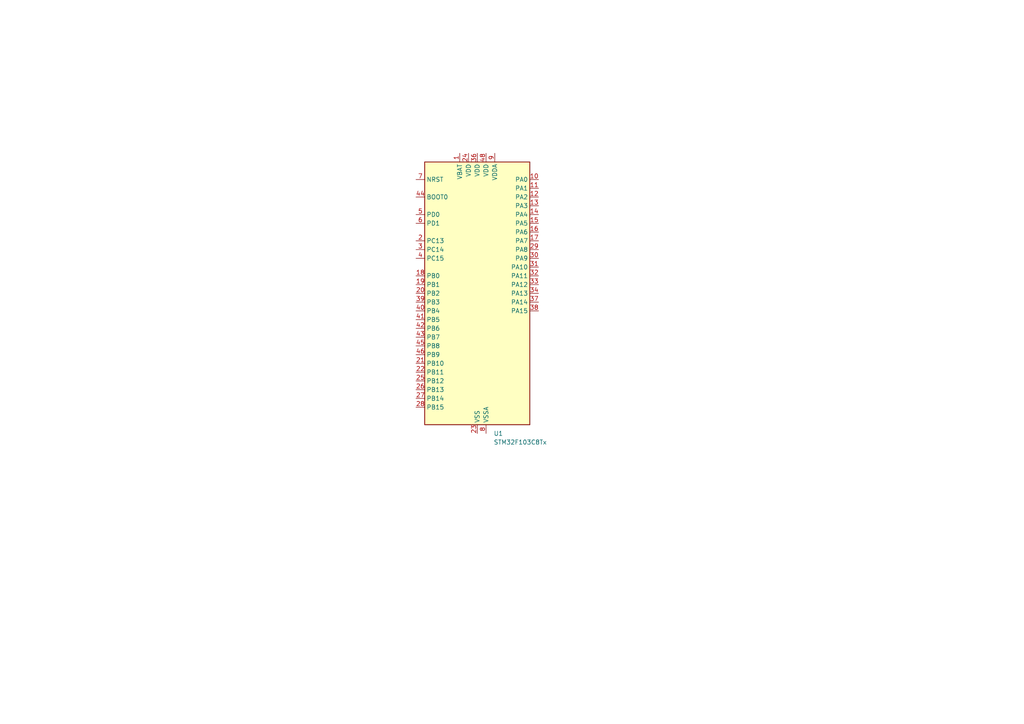
<source format=kicad_sch>
(kicad_sch (version 20231120) (generator "eeschema") (generator_version "8.0")
  (paper "A4")
  (lib_symbols
    (symbol "MCU_ST_STM32F1:STM32F103C8Tx"
      (property "Reference" "U" (at -15.24 39.37 0))
      (property "Value" "STM32F103C8Tx" (at 7.62 39.37 0))
      (symbol "STM32F103C8Tx_0_1"
        (rectangle (start -15.24 -38.1) (end 15.24 38.1) (stroke (width 0.254)) (fill (type background)))
      )
      (symbol "STM32F103C8Tx_1_1"
        (pin power_in line (at -5.08 40.64 270) (length 2.54) (name "VBAT") (number "1"))
        (pin bidirectional line (at 17.78 33.02 180) (length 2.54) (name "PA0") (number "10"))
        (pin bidirectional line (at 17.78 30.48 180) (length 2.54) (name "PA1") (number "11"))
        (pin bidirectional line (at 17.78 27.94 180) (length 2.54) (name "PA2") (number "12"))
        (pin bidirectional line (at 17.78 25.4 180) (length 2.54) (name "PA3") (number "13"))
        (pin bidirectional line (at 17.78 22.86 180) (length 2.54) (name "PA4") (number "14"))
        (pin bidirectional line (at 17.78 20.32 180) (length 2.54) (name "PA5") (number "15"))
        (pin bidirectional line (at 17.78 17.78 180) (length 2.54) (name "PA6") (number "16"))
        (pin bidirectional line (at 17.78 15.24 180) (length 2.54) (name "PA7") (number "17"))
        (pin bidirectional line (at -17.78 5.08 0) (length 2.54) (name "PB0") (number "18"))
        (pin bidirectional line (at -17.78 2.54 0) (length 2.54) (name "PB1") (number "19"))
        (pin bidirectional line (at -17.78 15.24 0) (length 2.54) (name "PC13") (number "2"))
        (pin bidirectional line (at -17.78 0 0) (length 2.54) (name "PB2") (number "20"))
        (pin bidirectional line (at -17.78 -20.32 0) (length 2.54) (name "PB10") (number "21"))
        (pin bidirectional line (at -17.78 -22.86 0) (length 2.54) (name "PB11") (number "22"))
        (pin power_in line (at 0 -40.64 90) (length 2.54) (name "VSS") (number "23"))
        (pin power_in line (at -2.54 40.64 270) (length 2.54) (name "VDD") (number "24"))
        (pin bidirectional line (at -17.78 -25.4 0) (length 2.54) (name "PB12") (number "25"))
        (pin bidirectional line (at -17.78 -27.94 0) (length 2.54) (name "PB13") (number "26"))
        (pin bidirectional line (at -17.78 -30.48 0) (length 2.54) (name "PB14") (number "27"))
        (pin bidirectional line (at -17.78 -33.02 0) (length 2.54) (name "PB15") (number "28"))
        (pin bidirectional line (at 17.78 12.7 180) (length 2.54) (name "PA8") (number "29"))
        (pin bidirectional line (at -17.78 12.7 0) (length 2.54) (name "PC14") (number "3"))
        (pin bidirectional line (at 17.78 10.16 180) (length 2.54) (name "PA9") (number "30"))
        (pin bidirectional line (at 17.78 7.62 180) (length 2.54) (name "PA10") (number "31"))
        (pin bidirectional line (at 17.78 5.08 180) (length 2.54) (name "PA11") (number "32"))
        (pin bidirectional line (at 17.78 2.54 180) (length 2.54) (name "PA12") (number "33"))
        (pin bidirectional line (at 17.78 0 180) (length 2.54) (name "PA13") (number "34"))
        (pin passive line (at 0 -40.64 90) (length 2.54) hide (name "VSS") (number "35"))
        (pin power_in line (at 0 40.64 270) (length 2.54) (name "VDD") (number "36"))
        (pin bidirectional line (at 17.78 -2.54 180) (length 2.54) (name "PA14") (number "37"))
        (pin bidirectional line (at 17.78 -5.08 180) (length 2.54) (name "PA15") (number "38"))
        (pin bidirectional line (at -17.78 -2.54 0) (length 2.54) (name "PB3") (number "39"))
        (pin bidirectional line (at -17.78 10.16 0) (length 2.54) (name "PC15") (number "4"))
        (pin bidirectional line (at -17.78 -5.08 0) (length 2.54) (name "PB4") (number "40"))
        (pin bidirectional line (at -17.78 -7.62 0) (length 2.54) (name "PB5") (number "41"))
        (pin bidirectional line (at -17.78 -10.16 0) (length 2.54) (name "PB6") (number "42"))
        (pin bidirectional line (at -17.78 -12.7 0) (length 2.54) (name "PB7") (number "43"))
        (pin input line (at -17.78 27.94 0) (length 2.54) (name "BOOT0") (number "44"))
        (pin bidirectional line (at -17.78 -15.24 0) (length 2.54) (name "PB8") (number "45"))
        (pin bidirectional line (at -17.78 -17.78 0) (length 2.54) (name "PB9") (number "46"))
        (pin passive line (at 0 -40.64 90) (length 2.54) hide (name "VSS") (number "47"))
        (pin power_in line (at 2.54 40.64 270) (length 2.54) (name "VDD") (number "48"))
        (pin bidirectional line (at -17.78 22.86 0) (length 2.54) (name "PD0") (number "5"))
        (pin bidirectional line (at -17.78 20.32 0) (length 2.54) (name "PD1") (number "6"))
        (pin input line (at -17.78 33.02 0) (length 2.54) (name "NRST") (number "7"))
        (pin power_in line (at 2.54 -40.64 90) (length 2.54) (name "VSSA") (number "8"))
        (pin power_in line (at 5.08 40.64 270) (length 2.54) (name "VDDA") (number "9"))
      )
    )
  )
  (symbol (lib_id "MCU_ST_STM32F1:STM32F103C8Tx") (at 138.43 85.09 0) (unit 1)
    (property "Reference" "U1" (at 143.1641 125.73 0) (effects (justify left)))
    (property "Value" "STM32F103C8Tx" (at 143.1641 128.27 0) (effects (justify left)))
    (property "Footprint" "Package_QFP:LQFP-48_7x7mm_P0.5mm" (effects (hide yes)))
    (property "Datasheet" "https://www.st.com/resource/en/datasheet/stm32f103c8.pdf" (effects (hide yes)))
    (property "Description" "STMicroelectronics Arm Cortex-M3 MCU, 64KB flash, 20KB RAM, 72 MHz, 2.0-3.6V, 37 GPIO, LQFP48" (effects (hide yes)))
  )
)
</source>
